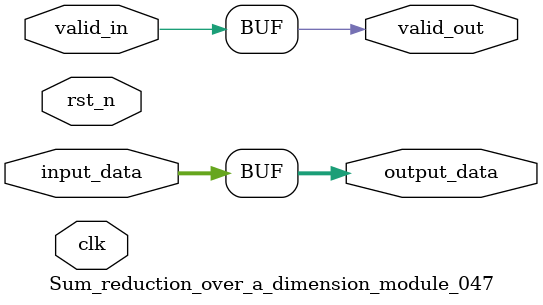
<source format=v>

module Sum_reduction_over_a_dimension_module_047 (
    input clk,
    input rst_n,
    input valid_in,
    output valid_out,
    // Add specific ports based on operator type
    input [31:0] input_data,
    output [31:0] output_data
);

    // Module implementation would go here
    // This is a template - actual implementation depends on the operator
    
        // Generic operator implementation
    assign output_data = input_data; // Placeholder
    assign valid_out = valid_in;

endmodule

</source>
